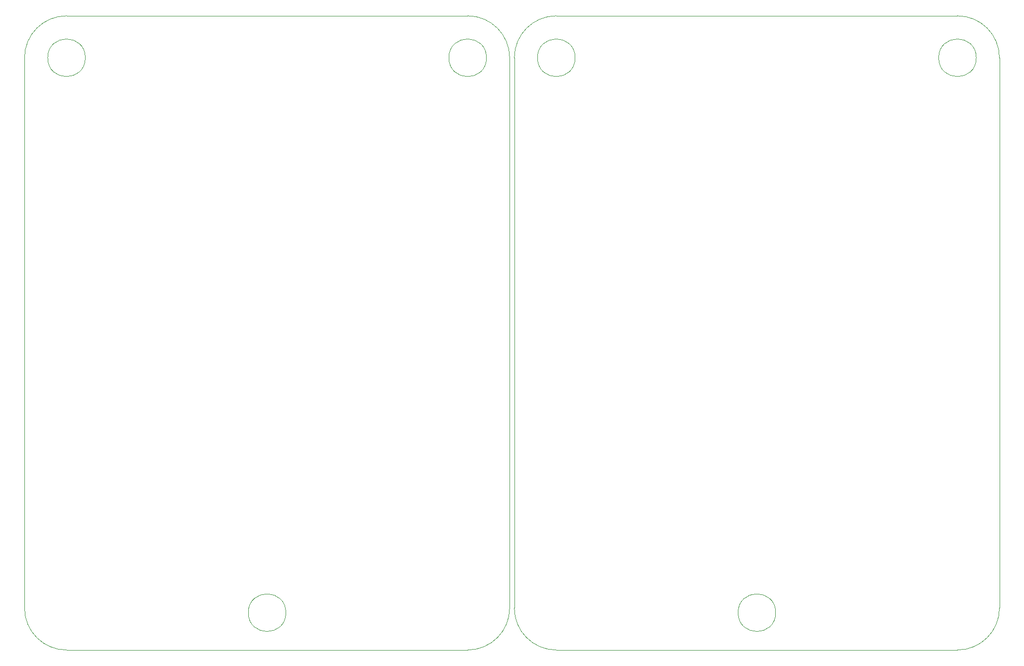
<source format=gm1>
G04 #@! TF.GenerationSoftware,KiCad,Pcbnew,8.0.6*
G04 #@! TF.CreationDate,2024-11-08T07:03:01-05:00*
G04 #@! TF.ProjectId,distpedal,64697374-7065-4646-916c-2e6b69636164,rev?*
G04 #@! TF.SameCoordinates,Original*
G04 #@! TF.FileFunction,Profile,NP*
%FSLAX46Y46*%
G04 Gerber Fmt 4.6, Leading zero omitted, Abs format (unit mm)*
G04 Created by KiCad (PCBNEW 8.0.6) date 2024-11-08 07:03:01*
%MOMM*%
%LPD*%
G01*
G04 APERTURE LIST*
G04 #@! TA.AperFunction,Profile*
%ADD10C,0.050000*%
G04 #@! TD*
G04 APERTURE END LIST*
D10*
X190525000Y-144462500D02*
G75*
G02*
X184125000Y-144462500I-3200000J0D01*
G01*
X184125000Y-144462500D02*
G75*
G02*
X190525000Y-144462500I3200000J0D01*
G01*
X156393750Y-50006250D02*
G75*
G02*
X149993750Y-50006250I-3200000J0D01*
G01*
X149993750Y-50006250D02*
G75*
G02*
X156393750Y-50006250I3200000J0D01*
G01*
X224656250Y-50006250D02*
G75*
G02*
X218256250Y-50006250I-3200000J0D01*
G01*
X218256250Y-50006250D02*
G75*
G02*
X224656250Y-50006250I3200000J0D01*
G01*
X221456250Y-42862500D02*
G75*
G02*
X228600000Y-50006250I0J-7143750D01*
G01*
X228600000Y-143668750D02*
X228600000Y-50006250D01*
X153193750Y-150812500D02*
G75*
G02*
X146050000Y-143668750I0J7143750D01*
G01*
X146050000Y-50006250D02*
G75*
G02*
X153193750Y-42862500I7143750J0D01*
G01*
X221456250Y-42862500D02*
X153193750Y-42862500D01*
X228600000Y-143668750D02*
G75*
G02*
X221456250Y-150812500I-7143750J0D01*
G01*
X146050000Y-50006250D02*
X146050000Y-143668750D01*
X221456250Y-150812500D02*
X153193750Y-150812500D01*
X107181250Y-144462500D02*
G75*
G02*
X100781250Y-144462500I-3200000J0D01*
G01*
X100781250Y-144462500D02*
G75*
G02*
X107181250Y-144462500I3200000J0D01*
G01*
X141312500Y-50006250D02*
G75*
G02*
X134912500Y-50006250I-3200000J0D01*
G01*
X134912500Y-50006250D02*
G75*
G02*
X141312500Y-50006250I3200000J0D01*
G01*
X73050000Y-50006250D02*
G75*
G02*
X66650000Y-50006250I-3200000J0D01*
G01*
X66650000Y-50006250D02*
G75*
G02*
X73050000Y-50006250I3200000J0D01*
G01*
X69850000Y-150812500D02*
G75*
G02*
X62706250Y-143668750I0J7143750D01*
G01*
X145256250Y-143668750D02*
X145256250Y-50006250D01*
X138112500Y-150812500D02*
X69850000Y-150812500D01*
X62706250Y-50006250D02*
X62706250Y-143668750D01*
X145256250Y-143668750D02*
G75*
G02*
X138112500Y-150812500I-7143750J0D01*
G01*
X138112500Y-42862500D02*
G75*
G02*
X145256250Y-50006250I0J-7143750D01*
G01*
X138112500Y-42862500D02*
X69850000Y-42862500D01*
X62706250Y-50006250D02*
G75*
G02*
X69850000Y-42862500I7143750J0D01*
G01*
M02*

</source>
